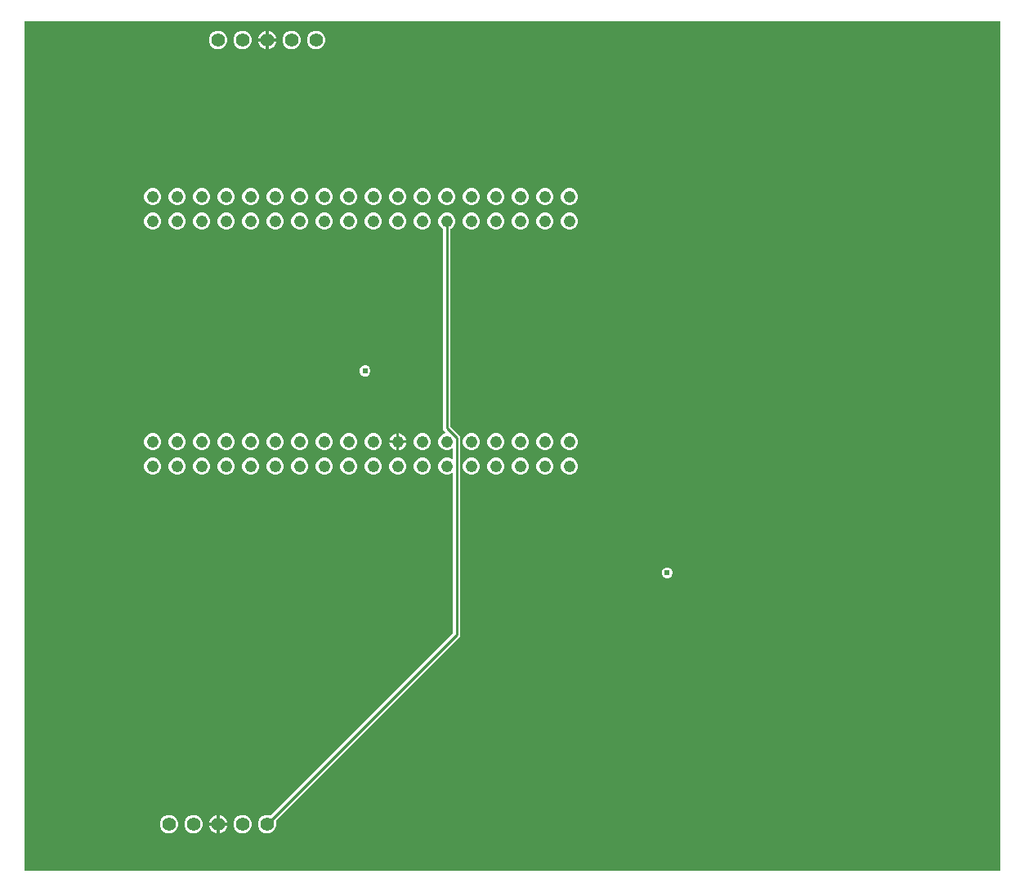
<source format=gbr>
G04 EAGLE Gerber RS-274X export*
G75*
%MOMM*%
%FSLAX34Y34*%
%LPD*%
%INCopper Layer 2*%
%IPPOS*%
%AMOC8*
5,1,8,0,0,1.08239X$1,22.5*%
G01*
%ADD10C,1.244600*%
%ADD11C,1.400000*%
%ADD12C,0.609600*%
%ADD13C,0.254000*%

G36*
X1012518Y2544D02*
X1012518Y2544D01*
X1012537Y2542D01*
X1012639Y2564D01*
X1012741Y2580D01*
X1012758Y2590D01*
X1012778Y2594D01*
X1012867Y2647D01*
X1012958Y2696D01*
X1012972Y2710D01*
X1012989Y2720D01*
X1013056Y2799D01*
X1013128Y2874D01*
X1013136Y2892D01*
X1013149Y2907D01*
X1013188Y3003D01*
X1013231Y3097D01*
X1013233Y3117D01*
X1013241Y3135D01*
X1013259Y3302D01*
X1013259Y882398D01*
X1013256Y882418D01*
X1013258Y882437D01*
X1013236Y882539D01*
X1013220Y882641D01*
X1013210Y882658D01*
X1013206Y882678D01*
X1013153Y882767D01*
X1013104Y882858D01*
X1013090Y882872D01*
X1013080Y882889D01*
X1013001Y882956D01*
X1012926Y883028D01*
X1012908Y883036D01*
X1012893Y883049D01*
X1012797Y883088D01*
X1012703Y883131D01*
X1012683Y883133D01*
X1012665Y883141D01*
X1012498Y883159D01*
X3302Y883159D01*
X3282Y883156D01*
X3263Y883158D01*
X3161Y883136D01*
X3059Y883120D01*
X3042Y883110D01*
X3022Y883106D01*
X2933Y883053D01*
X2842Y883004D01*
X2828Y882990D01*
X2811Y882980D01*
X2744Y882901D01*
X2672Y882826D01*
X2664Y882808D01*
X2651Y882793D01*
X2612Y882697D01*
X2569Y882603D01*
X2567Y882583D01*
X2559Y882565D01*
X2541Y882398D01*
X2541Y3302D01*
X2544Y3282D01*
X2542Y3263D01*
X2564Y3161D01*
X2580Y3059D01*
X2590Y3042D01*
X2594Y3022D01*
X2647Y2933D01*
X2696Y2842D01*
X2710Y2828D01*
X2720Y2811D01*
X2799Y2744D01*
X2874Y2672D01*
X2892Y2664D01*
X2907Y2651D01*
X3003Y2612D01*
X3097Y2569D01*
X3117Y2567D01*
X3135Y2559D01*
X3302Y2541D01*
X1012498Y2541D01*
X1012518Y2544D01*
G37*
%LPC*%
G36*
X252102Y41259D02*
X252102Y41259D01*
X248596Y42712D01*
X245912Y45396D01*
X244459Y48902D01*
X244459Y52698D01*
X245912Y56204D01*
X248596Y58888D01*
X252102Y60341D01*
X255898Y60341D01*
X257021Y59875D01*
X257135Y59849D01*
X257249Y59820D01*
X257255Y59821D01*
X257261Y59819D01*
X257378Y59830D01*
X257494Y59839D01*
X257500Y59842D01*
X257506Y59842D01*
X257613Y59890D01*
X257720Y59935D01*
X257726Y59940D01*
X257731Y59942D01*
X257744Y59955D01*
X257851Y60040D01*
X446099Y248289D01*
X446152Y248362D01*
X446212Y248432D01*
X446224Y248462D01*
X446243Y248488D01*
X446270Y248575D01*
X446304Y248660D01*
X446308Y248701D01*
X446315Y248723D01*
X446314Y248756D01*
X446322Y248827D01*
X446322Y413891D01*
X446311Y413961D01*
X446309Y414033D01*
X446291Y414082D01*
X446283Y414133D01*
X446249Y414197D01*
X446224Y414264D01*
X446192Y414305D01*
X446167Y414351D01*
X446116Y414400D01*
X446071Y414456D01*
X446027Y414484D01*
X445989Y414520D01*
X445924Y414550D01*
X445864Y414589D01*
X445813Y414602D01*
X445766Y414624D01*
X445695Y414632D01*
X445625Y414649D01*
X445573Y414645D01*
X445522Y414651D01*
X445451Y414636D01*
X445380Y414630D01*
X445332Y414610D01*
X445281Y414599D01*
X445220Y414562D01*
X445154Y414534D01*
X445098Y414489D01*
X445072Y414474D01*
X441843Y413136D01*
X438357Y413136D01*
X435136Y414470D01*
X432670Y416936D01*
X431336Y420157D01*
X431336Y423643D01*
X432670Y426864D01*
X435136Y429330D01*
X438357Y430664D01*
X441843Y430664D01*
X445093Y429318D01*
X445133Y429280D01*
X445180Y429258D01*
X445222Y429228D01*
X445291Y429206D01*
X445356Y429176D01*
X445408Y429170D01*
X445457Y429155D01*
X445529Y429157D01*
X445600Y429149D01*
X445651Y429160D01*
X445703Y429161D01*
X445771Y429186D01*
X445841Y429201D01*
X445886Y429228D01*
X445934Y429246D01*
X445990Y429291D01*
X446052Y429328D01*
X446086Y429367D01*
X446126Y429400D01*
X446165Y429460D01*
X446212Y429514D01*
X446231Y429563D01*
X446259Y429606D01*
X446277Y429676D01*
X446304Y429743D01*
X446312Y429814D01*
X446320Y429845D01*
X446318Y429868D01*
X446322Y429909D01*
X446322Y439291D01*
X446311Y439361D01*
X446309Y439433D01*
X446291Y439482D01*
X446283Y439533D01*
X446249Y439597D01*
X446224Y439664D01*
X446192Y439705D01*
X446167Y439751D01*
X446116Y439800D01*
X446071Y439856D01*
X446027Y439884D01*
X445989Y439920D01*
X445924Y439950D01*
X445864Y439989D01*
X445813Y440002D01*
X445766Y440024D01*
X445695Y440032D01*
X445625Y440049D01*
X445573Y440045D01*
X445522Y440051D01*
X445451Y440036D01*
X445380Y440030D01*
X445332Y440010D01*
X445281Y439999D01*
X445220Y439962D01*
X445154Y439934D01*
X445098Y439889D01*
X445072Y439874D01*
X441843Y438536D01*
X438357Y438536D01*
X435136Y439870D01*
X432670Y442336D01*
X431336Y445557D01*
X431336Y449043D01*
X432670Y452264D01*
X435136Y454730D01*
X438386Y456076D01*
X438441Y456077D01*
X438489Y456095D01*
X438541Y456103D01*
X438604Y456137D01*
X438672Y456162D01*
X438712Y456194D01*
X438758Y456219D01*
X438808Y456271D01*
X438864Y456315D01*
X438892Y456359D01*
X438928Y456397D01*
X438958Y456462D01*
X438997Y456522D01*
X439009Y456573D01*
X439031Y456620D01*
X439039Y456691D01*
X439057Y456761D01*
X439053Y456813D01*
X439058Y456864D01*
X439043Y456935D01*
X439037Y457006D01*
X439017Y457054D01*
X439006Y457105D01*
X438969Y457166D01*
X438941Y457232D01*
X438896Y457288D01*
X438880Y457316D01*
X438862Y457331D01*
X438836Y457363D01*
X436289Y459910D01*
X436289Y667484D01*
X436270Y667599D01*
X436253Y667715D01*
X436251Y667721D01*
X436250Y667727D01*
X436195Y667829D01*
X436142Y667934D01*
X436137Y667939D01*
X436134Y667944D01*
X436050Y668024D01*
X435966Y668106D01*
X435960Y668110D01*
X435956Y668114D01*
X435939Y668121D01*
X435819Y668187D01*
X435136Y668470D01*
X432670Y670936D01*
X431336Y674157D01*
X431336Y677643D01*
X432670Y680864D01*
X435136Y683330D01*
X438357Y684664D01*
X441843Y684664D01*
X445064Y683330D01*
X447530Y680864D01*
X448864Y677643D01*
X448864Y674157D01*
X447530Y670936D01*
X445064Y668470D01*
X444381Y668187D01*
X444281Y668125D01*
X444181Y668066D01*
X444177Y668061D01*
X444172Y668058D01*
X444097Y667967D01*
X444021Y667879D01*
X444019Y667873D01*
X444015Y667868D01*
X443973Y667760D01*
X443929Y667651D01*
X443928Y667643D01*
X443927Y667639D01*
X443926Y667620D01*
X443911Y667484D01*
X443911Y463383D01*
X443925Y463293D01*
X443933Y463202D01*
X443945Y463172D01*
X443950Y463140D01*
X443993Y463059D01*
X444029Y462975D01*
X444055Y462943D01*
X444066Y462922D01*
X444089Y462900D01*
X444134Y462844D01*
X453944Y453034D01*
X453944Y245355D01*
X263240Y54651D01*
X263173Y54557D01*
X263102Y54462D01*
X263100Y54456D01*
X263097Y54451D01*
X263063Y54341D01*
X263026Y54229D01*
X263026Y54222D01*
X263024Y54216D01*
X263027Y54099D01*
X263029Y53983D01*
X263031Y53975D01*
X263031Y53970D01*
X263037Y53953D01*
X263075Y53821D01*
X263541Y52698D01*
X263541Y48902D01*
X262088Y45396D01*
X259404Y42712D01*
X255898Y41259D01*
X252102Y41259D01*
G37*
%LPD*%
%LPC*%
G36*
X201302Y854059D02*
X201302Y854059D01*
X197796Y855512D01*
X195112Y858196D01*
X193659Y861702D01*
X193659Y865498D01*
X195112Y869004D01*
X197796Y871688D01*
X201302Y873141D01*
X205098Y873141D01*
X208604Y871688D01*
X211288Y869004D01*
X212741Y865498D01*
X212741Y861702D01*
X211288Y858196D01*
X208604Y855512D01*
X205098Y854059D01*
X201302Y854059D01*
G37*
%LPD*%
%LPC*%
G36*
X302902Y854059D02*
X302902Y854059D01*
X299396Y855512D01*
X296712Y858196D01*
X295259Y861702D01*
X295259Y865498D01*
X296712Y869004D01*
X299396Y871688D01*
X302902Y873141D01*
X306698Y873141D01*
X310204Y871688D01*
X312888Y869004D01*
X314341Y865498D01*
X314341Y861702D01*
X312888Y858196D01*
X310204Y855512D01*
X306698Y854059D01*
X302902Y854059D01*
G37*
%LPD*%
%LPC*%
G36*
X277502Y854059D02*
X277502Y854059D01*
X273996Y855512D01*
X271312Y858196D01*
X269859Y861702D01*
X269859Y865498D01*
X271312Y869004D01*
X273996Y871688D01*
X277502Y873141D01*
X281298Y873141D01*
X284804Y871688D01*
X287488Y869004D01*
X288941Y865498D01*
X288941Y861702D01*
X287488Y858196D01*
X284804Y855512D01*
X281298Y854059D01*
X277502Y854059D01*
G37*
%LPD*%
%LPC*%
G36*
X226702Y854059D02*
X226702Y854059D01*
X223196Y855512D01*
X220512Y858196D01*
X219059Y861702D01*
X219059Y865498D01*
X220512Y869004D01*
X223196Y871688D01*
X226702Y873141D01*
X230498Y873141D01*
X234004Y871688D01*
X236688Y869004D01*
X238141Y865498D01*
X238141Y861702D01*
X236688Y858196D01*
X234004Y855512D01*
X230498Y854059D01*
X226702Y854059D01*
G37*
%LPD*%
%LPC*%
G36*
X175902Y41259D02*
X175902Y41259D01*
X172396Y42712D01*
X169712Y45396D01*
X168259Y48902D01*
X168259Y52698D01*
X169712Y56204D01*
X172396Y58888D01*
X175902Y60341D01*
X179698Y60341D01*
X183204Y58888D01*
X185888Y56204D01*
X187341Y52698D01*
X187341Y48902D01*
X185888Y45396D01*
X183204Y42712D01*
X179698Y41259D01*
X175902Y41259D01*
G37*
%LPD*%
%LPC*%
G36*
X226702Y41259D02*
X226702Y41259D01*
X223196Y42712D01*
X220512Y45396D01*
X219059Y48902D01*
X219059Y52698D01*
X220512Y56204D01*
X223196Y58888D01*
X226702Y60341D01*
X230498Y60341D01*
X234004Y58888D01*
X236688Y56204D01*
X238141Y52698D01*
X238141Y48902D01*
X236688Y45396D01*
X234004Y42712D01*
X230498Y41259D01*
X226702Y41259D01*
G37*
%LPD*%
%LPC*%
G36*
X150502Y41259D02*
X150502Y41259D01*
X146996Y42712D01*
X144312Y45396D01*
X142859Y48902D01*
X142859Y52698D01*
X144312Y56204D01*
X146996Y58888D01*
X150502Y60341D01*
X154298Y60341D01*
X157804Y58888D01*
X160488Y56204D01*
X161941Y52698D01*
X161941Y48902D01*
X160488Y45396D01*
X157804Y42712D01*
X154298Y41259D01*
X150502Y41259D01*
G37*
%LPD*%
%LPC*%
G36*
X311357Y413136D02*
X311357Y413136D01*
X308136Y414470D01*
X305670Y416936D01*
X304336Y420157D01*
X304336Y423643D01*
X305670Y426864D01*
X308136Y429330D01*
X311357Y430664D01*
X314843Y430664D01*
X318064Y429330D01*
X320530Y426864D01*
X321864Y423643D01*
X321864Y420157D01*
X320530Y416936D01*
X318064Y414470D01*
X314843Y413136D01*
X311357Y413136D01*
G37*
%LPD*%
%LPC*%
G36*
X285957Y413136D02*
X285957Y413136D01*
X282736Y414470D01*
X280270Y416936D01*
X278936Y420157D01*
X278936Y423643D01*
X280270Y426864D01*
X282736Y429330D01*
X285957Y430664D01*
X289443Y430664D01*
X292664Y429330D01*
X295130Y426864D01*
X296464Y423643D01*
X296464Y420157D01*
X295130Y416936D01*
X292664Y414470D01*
X289443Y413136D01*
X285957Y413136D01*
G37*
%LPD*%
%LPC*%
G36*
X260557Y413136D02*
X260557Y413136D01*
X257336Y414470D01*
X254870Y416936D01*
X253536Y420157D01*
X253536Y423643D01*
X254870Y426864D01*
X257336Y429330D01*
X260557Y430664D01*
X264043Y430664D01*
X267264Y429330D01*
X269730Y426864D01*
X271064Y423643D01*
X271064Y420157D01*
X269730Y416936D01*
X267264Y414470D01*
X264043Y413136D01*
X260557Y413136D01*
G37*
%LPD*%
%LPC*%
G36*
X565357Y692536D02*
X565357Y692536D01*
X562136Y693870D01*
X559670Y696336D01*
X558336Y699557D01*
X558336Y703043D01*
X559670Y706264D01*
X562136Y708730D01*
X565357Y710064D01*
X568843Y710064D01*
X572064Y708730D01*
X574530Y706264D01*
X575864Y703043D01*
X575864Y699557D01*
X574530Y696336D01*
X572064Y693870D01*
X568843Y692536D01*
X565357Y692536D01*
G37*
%LPD*%
%LPC*%
G36*
X539957Y692536D02*
X539957Y692536D01*
X536736Y693870D01*
X534270Y696336D01*
X532936Y699557D01*
X532936Y703043D01*
X534270Y706264D01*
X536736Y708730D01*
X539957Y710064D01*
X543443Y710064D01*
X546664Y708730D01*
X549130Y706264D01*
X550464Y703043D01*
X550464Y699557D01*
X549130Y696336D01*
X546664Y693870D01*
X543443Y692536D01*
X539957Y692536D01*
G37*
%LPD*%
%LPC*%
G36*
X235157Y692536D02*
X235157Y692536D01*
X231936Y693870D01*
X229470Y696336D01*
X228136Y699557D01*
X228136Y703043D01*
X229470Y706264D01*
X231936Y708730D01*
X235157Y710064D01*
X238643Y710064D01*
X241864Y708730D01*
X244330Y706264D01*
X245664Y703043D01*
X245664Y699557D01*
X244330Y696336D01*
X241864Y693870D01*
X238643Y692536D01*
X235157Y692536D01*
G37*
%LPD*%
%LPC*%
G36*
X209757Y692536D02*
X209757Y692536D01*
X206536Y693870D01*
X204070Y696336D01*
X202736Y699557D01*
X202736Y703043D01*
X204070Y706264D01*
X206536Y708730D01*
X209757Y710064D01*
X213243Y710064D01*
X216464Y708730D01*
X218930Y706264D01*
X220264Y703043D01*
X220264Y699557D01*
X218930Y696336D01*
X216464Y693870D01*
X213243Y692536D01*
X209757Y692536D01*
G37*
%LPD*%
%LPC*%
G36*
X514557Y692536D02*
X514557Y692536D01*
X511336Y693870D01*
X508870Y696336D01*
X507536Y699557D01*
X507536Y703043D01*
X508870Y706264D01*
X511336Y708730D01*
X514557Y710064D01*
X518043Y710064D01*
X521264Y708730D01*
X523730Y706264D01*
X525064Y703043D01*
X525064Y699557D01*
X523730Y696336D01*
X521264Y693870D01*
X518043Y692536D01*
X514557Y692536D01*
G37*
%LPD*%
%LPC*%
G36*
X489157Y692536D02*
X489157Y692536D01*
X485936Y693870D01*
X483470Y696336D01*
X482136Y699557D01*
X482136Y703043D01*
X483470Y706264D01*
X485936Y708730D01*
X489157Y710064D01*
X492643Y710064D01*
X495864Y708730D01*
X498330Y706264D01*
X499664Y703043D01*
X499664Y699557D01*
X498330Y696336D01*
X495864Y693870D01*
X492643Y692536D01*
X489157Y692536D01*
G37*
%LPD*%
%LPC*%
G36*
X463757Y692536D02*
X463757Y692536D01*
X460536Y693870D01*
X458070Y696336D01*
X456736Y699557D01*
X456736Y703043D01*
X458070Y706264D01*
X460536Y708730D01*
X463757Y710064D01*
X467243Y710064D01*
X470464Y708730D01*
X472930Y706264D01*
X474264Y703043D01*
X474264Y699557D01*
X472930Y696336D01*
X470464Y693870D01*
X467243Y692536D01*
X463757Y692536D01*
G37*
%LPD*%
%LPC*%
G36*
X438357Y692536D02*
X438357Y692536D01*
X435136Y693870D01*
X432670Y696336D01*
X431336Y699557D01*
X431336Y703043D01*
X432670Y706264D01*
X435136Y708730D01*
X438357Y710064D01*
X441843Y710064D01*
X445064Y708730D01*
X447530Y706264D01*
X448864Y703043D01*
X448864Y699557D01*
X447530Y696336D01*
X445064Y693870D01*
X441843Y692536D01*
X438357Y692536D01*
G37*
%LPD*%
%LPC*%
G36*
X412957Y692536D02*
X412957Y692536D01*
X409736Y693870D01*
X407270Y696336D01*
X405936Y699557D01*
X405936Y703043D01*
X407270Y706264D01*
X409736Y708730D01*
X412957Y710064D01*
X416443Y710064D01*
X419664Y708730D01*
X422130Y706264D01*
X423464Y703043D01*
X423464Y699557D01*
X422130Y696336D01*
X419664Y693870D01*
X416443Y692536D01*
X412957Y692536D01*
G37*
%LPD*%
%LPC*%
G36*
X387557Y692536D02*
X387557Y692536D01*
X384336Y693870D01*
X381870Y696336D01*
X380536Y699557D01*
X380536Y703043D01*
X381870Y706264D01*
X384336Y708730D01*
X387557Y710064D01*
X391043Y710064D01*
X394264Y708730D01*
X396730Y706264D01*
X398064Y703043D01*
X398064Y699557D01*
X396730Y696336D01*
X394264Y693870D01*
X391043Y692536D01*
X387557Y692536D01*
G37*
%LPD*%
%LPC*%
G36*
X362157Y692536D02*
X362157Y692536D01*
X358936Y693870D01*
X356470Y696336D01*
X355136Y699557D01*
X355136Y703043D01*
X356470Y706264D01*
X358936Y708730D01*
X362157Y710064D01*
X365643Y710064D01*
X368864Y708730D01*
X371330Y706264D01*
X372664Y703043D01*
X372664Y699557D01*
X371330Y696336D01*
X368864Y693870D01*
X365643Y692536D01*
X362157Y692536D01*
G37*
%LPD*%
%LPC*%
G36*
X336757Y692536D02*
X336757Y692536D01*
X333536Y693870D01*
X331070Y696336D01*
X329736Y699557D01*
X329736Y703043D01*
X331070Y706264D01*
X333536Y708730D01*
X336757Y710064D01*
X340243Y710064D01*
X343464Y708730D01*
X345930Y706264D01*
X347264Y703043D01*
X347264Y699557D01*
X345930Y696336D01*
X343464Y693870D01*
X340243Y692536D01*
X336757Y692536D01*
G37*
%LPD*%
%LPC*%
G36*
X311357Y692536D02*
X311357Y692536D01*
X308136Y693870D01*
X305670Y696336D01*
X304336Y699557D01*
X304336Y703043D01*
X305670Y706264D01*
X308136Y708730D01*
X311357Y710064D01*
X314843Y710064D01*
X318064Y708730D01*
X320530Y706264D01*
X321864Y703043D01*
X321864Y699557D01*
X320530Y696336D01*
X318064Y693870D01*
X314843Y692536D01*
X311357Y692536D01*
G37*
%LPD*%
%LPC*%
G36*
X285957Y692536D02*
X285957Y692536D01*
X282736Y693870D01*
X280270Y696336D01*
X278936Y699557D01*
X278936Y703043D01*
X280270Y706264D01*
X282736Y708730D01*
X285957Y710064D01*
X289443Y710064D01*
X292664Y708730D01*
X295130Y706264D01*
X296464Y703043D01*
X296464Y699557D01*
X295130Y696336D01*
X292664Y693870D01*
X289443Y692536D01*
X285957Y692536D01*
G37*
%LPD*%
%LPC*%
G36*
X260557Y692536D02*
X260557Y692536D01*
X257336Y693870D01*
X254870Y696336D01*
X253536Y699557D01*
X253536Y703043D01*
X254870Y706264D01*
X257336Y708730D01*
X260557Y710064D01*
X264043Y710064D01*
X267264Y708730D01*
X269730Y706264D01*
X271064Y703043D01*
X271064Y699557D01*
X269730Y696336D01*
X267264Y693870D01*
X264043Y692536D01*
X260557Y692536D01*
G37*
%LPD*%
%LPC*%
G36*
X133557Y692536D02*
X133557Y692536D01*
X130336Y693870D01*
X127870Y696336D01*
X126536Y699557D01*
X126536Y703043D01*
X127870Y706264D01*
X130336Y708730D01*
X133557Y710064D01*
X137043Y710064D01*
X140264Y708730D01*
X142730Y706264D01*
X144064Y703043D01*
X144064Y699557D01*
X142730Y696336D01*
X140264Y693870D01*
X137043Y692536D01*
X133557Y692536D01*
G37*
%LPD*%
%LPC*%
G36*
X184357Y692536D02*
X184357Y692536D01*
X181136Y693870D01*
X178670Y696336D01*
X177336Y699557D01*
X177336Y703043D01*
X178670Y706264D01*
X181136Y708730D01*
X184357Y710064D01*
X187843Y710064D01*
X191064Y708730D01*
X193530Y706264D01*
X194864Y703043D01*
X194864Y699557D01*
X193530Y696336D01*
X191064Y693870D01*
X187843Y692536D01*
X184357Y692536D01*
G37*
%LPD*%
%LPC*%
G36*
X158957Y692536D02*
X158957Y692536D01*
X155736Y693870D01*
X153270Y696336D01*
X151936Y699557D01*
X151936Y703043D01*
X153270Y706264D01*
X155736Y708730D01*
X158957Y710064D01*
X162443Y710064D01*
X165664Y708730D01*
X168130Y706264D01*
X169464Y703043D01*
X169464Y699557D01*
X168130Y696336D01*
X165664Y693870D01*
X162443Y692536D01*
X158957Y692536D01*
G37*
%LPD*%
%LPC*%
G36*
X412957Y667136D02*
X412957Y667136D01*
X409736Y668470D01*
X407270Y670936D01*
X405936Y674157D01*
X405936Y677643D01*
X407270Y680864D01*
X409736Y683330D01*
X412957Y684664D01*
X416443Y684664D01*
X419664Y683330D01*
X422130Y680864D01*
X423464Y677643D01*
X423464Y674157D01*
X422130Y670936D01*
X419664Y668470D01*
X416443Y667136D01*
X412957Y667136D01*
G37*
%LPD*%
%LPC*%
G36*
X311357Y667136D02*
X311357Y667136D01*
X308136Y668470D01*
X305670Y670936D01*
X304336Y674157D01*
X304336Y677643D01*
X305670Y680864D01*
X308136Y683330D01*
X311357Y684664D01*
X314843Y684664D01*
X318064Y683330D01*
X320530Y680864D01*
X321864Y677643D01*
X321864Y674157D01*
X320530Y670936D01*
X318064Y668470D01*
X314843Y667136D01*
X311357Y667136D01*
G37*
%LPD*%
%LPC*%
G36*
X565357Y667136D02*
X565357Y667136D01*
X562136Y668470D01*
X559670Y670936D01*
X558336Y674157D01*
X558336Y677643D01*
X559670Y680864D01*
X562136Y683330D01*
X565357Y684664D01*
X568843Y684664D01*
X572064Y683330D01*
X574530Y680864D01*
X575864Y677643D01*
X575864Y674157D01*
X574530Y670936D01*
X572064Y668470D01*
X568843Y667136D01*
X565357Y667136D01*
G37*
%LPD*%
%LPC*%
G36*
X539957Y667136D02*
X539957Y667136D01*
X536736Y668470D01*
X534270Y670936D01*
X532936Y674157D01*
X532936Y677643D01*
X534270Y680864D01*
X536736Y683330D01*
X539957Y684664D01*
X543443Y684664D01*
X546664Y683330D01*
X549130Y680864D01*
X550464Y677643D01*
X550464Y674157D01*
X549130Y670936D01*
X546664Y668470D01*
X543443Y667136D01*
X539957Y667136D01*
G37*
%LPD*%
%LPC*%
G36*
X514557Y667136D02*
X514557Y667136D01*
X511336Y668470D01*
X508870Y670936D01*
X507536Y674157D01*
X507536Y677643D01*
X508870Y680864D01*
X511336Y683330D01*
X514557Y684664D01*
X518043Y684664D01*
X521264Y683330D01*
X523730Y680864D01*
X525064Y677643D01*
X525064Y674157D01*
X523730Y670936D01*
X521264Y668470D01*
X518043Y667136D01*
X514557Y667136D01*
G37*
%LPD*%
%LPC*%
G36*
X489157Y667136D02*
X489157Y667136D01*
X485936Y668470D01*
X483470Y670936D01*
X482136Y674157D01*
X482136Y677643D01*
X483470Y680864D01*
X485936Y683330D01*
X489157Y684664D01*
X492643Y684664D01*
X495864Y683330D01*
X498330Y680864D01*
X499664Y677643D01*
X499664Y674157D01*
X498330Y670936D01*
X495864Y668470D01*
X492643Y667136D01*
X489157Y667136D01*
G37*
%LPD*%
%LPC*%
G36*
X463757Y667136D02*
X463757Y667136D01*
X460536Y668470D01*
X458070Y670936D01*
X456736Y674157D01*
X456736Y677643D01*
X458070Y680864D01*
X460536Y683330D01*
X463757Y684664D01*
X467243Y684664D01*
X470464Y683330D01*
X472930Y680864D01*
X474264Y677643D01*
X474264Y674157D01*
X472930Y670936D01*
X470464Y668470D01*
X467243Y667136D01*
X463757Y667136D01*
G37*
%LPD*%
%LPC*%
G36*
X285957Y667136D02*
X285957Y667136D01*
X282736Y668470D01*
X280270Y670936D01*
X278936Y674157D01*
X278936Y677643D01*
X280270Y680864D01*
X282736Y683330D01*
X285957Y684664D01*
X289443Y684664D01*
X292664Y683330D01*
X295130Y680864D01*
X296464Y677643D01*
X296464Y674157D01*
X295130Y670936D01*
X292664Y668470D01*
X289443Y667136D01*
X285957Y667136D01*
G37*
%LPD*%
%LPC*%
G36*
X260557Y667136D02*
X260557Y667136D01*
X257336Y668470D01*
X254870Y670936D01*
X253536Y674157D01*
X253536Y677643D01*
X254870Y680864D01*
X257336Y683330D01*
X260557Y684664D01*
X264043Y684664D01*
X267264Y683330D01*
X269730Y680864D01*
X271064Y677643D01*
X271064Y674157D01*
X269730Y670936D01*
X267264Y668470D01*
X264043Y667136D01*
X260557Y667136D01*
G37*
%LPD*%
%LPC*%
G36*
X235157Y667136D02*
X235157Y667136D01*
X231936Y668470D01*
X229470Y670936D01*
X228136Y674157D01*
X228136Y677643D01*
X229470Y680864D01*
X231936Y683330D01*
X235157Y684664D01*
X238643Y684664D01*
X241864Y683330D01*
X244330Y680864D01*
X245664Y677643D01*
X245664Y674157D01*
X244330Y670936D01*
X241864Y668470D01*
X238643Y667136D01*
X235157Y667136D01*
G37*
%LPD*%
%LPC*%
G36*
X209757Y667136D02*
X209757Y667136D01*
X206536Y668470D01*
X204070Y670936D01*
X202736Y674157D01*
X202736Y677643D01*
X204070Y680864D01*
X206536Y683330D01*
X209757Y684664D01*
X213243Y684664D01*
X216464Y683330D01*
X218930Y680864D01*
X220264Y677643D01*
X220264Y674157D01*
X218930Y670936D01*
X216464Y668470D01*
X213243Y667136D01*
X209757Y667136D01*
G37*
%LPD*%
%LPC*%
G36*
X133557Y667136D02*
X133557Y667136D01*
X130336Y668470D01*
X127870Y670936D01*
X126536Y674157D01*
X126536Y677643D01*
X127870Y680864D01*
X130336Y683330D01*
X133557Y684664D01*
X137043Y684664D01*
X140264Y683330D01*
X142730Y680864D01*
X144064Y677643D01*
X144064Y674157D01*
X142730Y670936D01*
X140264Y668470D01*
X137043Y667136D01*
X133557Y667136D01*
G37*
%LPD*%
%LPC*%
G36*
X158957Y667136D02*
X158957Y667136D01*
X155736Y668470D01*
X153270Y670936D01*
X151936Y674157D01*
X151936Y677643D01*
X153270Y680864D01*
X155736Y683330D01*
X158957Y684664D01*
X162443Y684664D01*
X165664Y683330D01*
X168130Y680864D01*
X169464Y677643D01*
X169464Y674157D01*
X168130Y670936D01*
X165664Y668470D01*
X162443Y667136D01*
X158957Y667136D01*
G37*
%LPD*%
%LPC*%
G36*
X184357Y667136D02*
X184357Y667136D01*
X181136Y668470D01*
X178670Y670936D01*
X177336Y674157D01*
X177336Y677643D01*
X178670Y680864D01*
X181136Y683330D01*
X184357Y684664D01*
X187843Y684664D01*
X191064Y683330D01*
X193530Y680864D01*
X194864Y677643D01*
X194864Y674157D01*
X193530Y670936D01*
X191064Y668470D01*
X187843Y667136D01*
X184357Y667136D01*
G37*
%LPD*%
%LPC*%
G36*
X387557Y667136D02*
X387557Y667136D01*
X384336Y668470D01*
X381870Y670936D01*
X380536Y674157D01*
X380536Y677643D01*
X381870Y680864D01*
X384336Y683330D01*
X387557Y684664D01*
X391043Y684664D01*
X394264Y683330D01*
X396730Y680864D01*
X398064Y677643D01*
X398064Y674157D01*
X396730Y670936D01*
X394264Y668470D01*
X391043Y667136D01*
X387557Y667136D01*
G37*
%LPD*%
%LPC*%
G36*
X362157Y667136D02*
X362157Y667136D01*
X358936Y668470D01*
X356470Y670936D01*
X355136Y674157D01*
X355136Y677643D01*
X356470Y680864D01*
X358936Y683330D01*
X362157Y684664D01*
X365643Y684664D01*
X368864Y683330D01*
X371330Y680864D01*
X372664Y677643D01*
X372664Y674157D01*
X371330Y670936D01*
X368864Y668470D01*
X365643Y667136D01*
X362157Y667136D01*
G37*
%LPD*%
%LPC*%
G36*
X336757Y667136D02*
X336757Y667136D01*
X333536Y668470D01*
X331070Y670936D01*
X329736Y674157D01*
X329736Y677643D01*
X331070Y680864D01*
X333536Y683330D01*
X336757Y684664D01*
X340243Y684664D01*
X343464Y683330D01*
X345930Y680864D01*
X347264Y677643D01*
X347264Y674157D01*
X345930Y670936D01*
X343464Y668470D01*
X340243Y667136D01*
X336757Y667136D01*
G37*
%LPD*%
%LPC*%
G36*
X311357Y438536D02*
X311357Y438536D01*
X308136Y439870D01*
X305670Y442336D01*
X304336Y445557D01*
X304336Y449043D01*
X305670Y452264D01*
X308136Y454730D01*
X311357Y456064D01*
X314843Y456064D01*
X318064Y454730D01*
X320530Y452264D01*
X321864Y449043D01*
X321864Y445557D01*
X320530Y442336D01*
X318064Y439870D01*
X314843Y438536D01*
X311357Y438536D01*
G37*
%LPD*%
%LPC*%
G36*
X285957Y438536D02*
X285957Y438536D01*
X282736Y439870D01*
X280270Y442336D01*
X278936Y445557D01*
X278936Y449043D01*
X280270Y452264D01*
X282736Y454730D01*
X285957Y456064D01*
X289443Y456064D01*
X292664Y454730D01*
X295130Y452264D01*
X296464Y449043D01*
X296464Y445557D01*
X295130Y442336D01*
X292664Y439870D01*
X289443Y438536D01*
X285957Y438536D01*
G37*
%LPD*%
%LPC*%
G36*
X260557Y438536D02*
X260557Y438536D01*
X257336Y439870D01*
X254870Y442336D01*
X253536Y445557D01*
X253536Y449043D01*
X254870Y452264D01*
X257336Y454730D01*
X260557Y456064D01*
X264043Y456064D01*
X267264Y454730D01*
X269730Y452264D01*
X271064Y449043D01*
X271064Y445557D01*
X269730Y442336D01*
X267264Y439870D01*
X264043Y438536D01*
X260557Y438536D01*
G37*
%LPD*%
%LPC*%
G36*
X235157Y438536D02*
X235157Y438536D01*
X231936Y439870D01*
X229470Y442336D01*
X228136Y445557D01*
X228136Y449043D01*
X229470Y452264D01*
X231936Y454730D01*
X235157Y456064D01*
X238643Y456064D01*
X241864Y454730D01*
X244330Y452264D01*
X245664Y449043D01*
X245664Y445557D01*
X244330Y442336D01*
X241864Y439870D01*
X238643Y438536D01*
X235157Y438536D01*
G37*
%LPD*%
%LPC*%
G36*
X209757Y438536D02*
X209757Y438536D01*
X206536Y439870D01*
X204070Y442336D01*
X202736Y445557D01*
X202736Y449043D01*
X204070Y452264D01*
X206536Y454730D01*
X209757Y456064D01*
X213243Y456064D01*
X216464Y454730D01*
X218930Y452264D01*
X220264Y449043D01*
X220264Y445557D01*
X218930Y442336D01*
X216464Y439870D01*
X213243Y438536D01*
X209757Y438536D01*
G37*
%LPD*%
%LPC*%
G36*
X184357Y438536D02*
X184357Y438536D01*
X181136Y439870D01*
X178670Y442336D01*
X177336Y445557D01*
X177336Y449043D01*
X178670Y452264D01*
X181136Y454730D01*
X184357Y456064D01*
X187843Y456064D01*
X191064Y454730D01*
X193530Y452264D01*
X194864Y449043D01*
X194864Y445557D01*
X193530Y442336D01*
X191064Y439870D01*
X187843Y438536D01*
X184357Y438536D01*
G37*
%LPD*%
%LPC*%
G36*
X158957Y438536D02*
X158957Y438536D01*
X155736Y439870D01*
X153270Y442336D01*
X151936Y445557D01*
X151936Y449043D01*
X153270Y452264D01*
X155736Y454730D01*
X158957Y456064D01*
X162443Y456064D01*
X165664Y454730D01*
X168130Y452264D01*
X169464Y449043D01*
X169464Y445557D01*
X168130Y442336D01*
X165664Y439870D01*
X162443Y438536D01*
X158957Y438536D01*
G37*
%LPD*%
%LPC*%
G36*
X133557Y438536D02*
X133557Y438536D01*
X130336Y439870D01*
X127870Y442336D01*
X126536Y445557D01*
X126536Y449043D01*
X127870Y452264D01*
X130336Y454730D01*
X133557Y456064D01*
X137043Y456064D01*
X140264Y454730D01*
X142730Y452264D01*
X144064Y449043D01*
X144064Y445557D01*
X142730Y442336D01*
X140264Y439870D01*
X137043Y438536D01*
X133557Y438536D01*
G37*
%LPD*%
%LPC*%
G36*
X565357Y438536D02*
X565357Y438536D01*
X562136Y439870D01*
X559670Y442336D01*
X558336Y445557D01*
X558336Y449043D01*
X559670Y452264D01*
X562136Y454730D01*
X565357Y456064D01*
X568843Y456064D01*
X572064Y454730D01*
X574530Y452264D01*
X575864Y449043D01*
X575864Y445557D01*
X574530Y442336D01*
X572064Y439870D01*
X568843Y438536D01*
X565357Y438536D01*
G37*
%LPD*%
%LPC*%
G36*
X539957Y438536D02*
X539957Y438536D01*
X536736Y439870D01*
X534270Y442336D01*
X532936Y445557D01*
X532936Y449043D01*
X534270Y452264D01*
X536736Y454730D01*
X539957Y456064D01*
X543443Y456064D01*
X546664Y454730D01*
X549130Y452264D01*
X550464Y449043D01*
X550464Y445557D01*
X549130Y442336D01*
X546664Y439870D01*
X543443Y438536D01*
X539957Y438536D01*
G37*
%LPD*%
%LPC*%
G36*
X514557Y438536D02*
X514557Y438536D01*
X511336Y439870D01*
X508870Y442336D01*
X507536Y445557D01*
X507536Y449043D01*
X508870Y452264D01*
X511336Y454730D01*
X514557Y456064D01*
X518043Y456064D01*
X521264Y454730D01*
X523730Y452264D01*
X525064Y449043D01*
X525064Y445557D01*
X523730Y442336D01*
X521264Y439870D01*
X518043Y438536D01*
X514557Y438536D01*
G37*
%LPD*%
%LPC*%
G36*
X489157Y438536D02*
X489157Y438536D01*
X485936Y439870D01*
X483470Y442336D01*
X482136Y445557D01*
X482136Y449043D01*
X483470Y452264D01*
X485936Y454730D01*
X489157Y456064D01*
X492643Y456064D01*
X495864Y454730D01*
X498330Y452264D01*
X499664Y449043D01*
X499664Y445557D01*
X498330Y442336D01*
X495864Y439870D01*
X492643Y438536D01*
X489157Y438536D01*
G37*
%LPD*%
%LPC*%
G36*
X463757Y438536D02*
X463757Y438536D01*
X460536Y439870D01*
X458070Y442336D01*
X456736Y445557D01*
X456736Y449043D01*
X458070Y452264D01*
X460536Y454730D01*
X463757Y456064D01*
X467243Y456064D01*
X470464Y454730D01*
X472930Y452264D01*
X474264Y449043D01*
X474264Y445557D01*
X472930Y442336D01*
X470464Y439870D01*
X467243Y438536D01*
X463757Y438536D01*
G37*
%LPD*%
%LPC*%
G36*
X412957Y438536D02*
X412957Y438536D01*
X409736Y439870D01*
X407270Y442336D01*
X405936Y445557D01*
X405936Y449043D01*
X407270Y452264D01*
X409736Y454730D01*
X412957Y456064D01*
X416443Y456064D01*
X419664Y454730D01*
X422130Y452264D01*
X423464Y449043D01*
X423464Y445557D01*
X422130Y442336D01*
X419664Y439870D01*
X416443Y438536D01*
X412957Y438536D01*
G37*
%LPD*%
%LPC*%
G36*
X362157Y438536D02*
X362157Y438536D01*
X358936Y439870D01*
X356470Y442336D01*
X355136Y445557D01*
X355136Y449043D01*
X356470Y452264D01*
X358936Y454730D01*
X362157Y456064D01*
X365643Y456064D01*
X368864Y454730D01*
X371330Y452264D01*
X372664Y449043D01*
X372664Y445557D01*
X371330Y442336D01*
X368864Y439870D01*
X365643Y438536D01*
X362157Y438536D01*
G37*
%LPD*%
%LPC*%
G36*
X336757Y438536D02*
X336757Y438536D01*
X333536Y439870D01*
X331070Y442336D01*
X329736Y445557D01*
X329736Y449043D01*
X331070Y452264D01*
X333536Y454730D01*
X336757Y456064D01*
X340243Y456064D01*
X343464Y454730D01*
X345930Y452264D01*
X347264Y449043D01*
X347264Y445557D01*
X345930Y442336D01*
X343464Y439870D01*
X340243Y438536D01*
X336757Y438536D01*
G37*
%LPD*%
%LPC*%
G36*
X489157Y413136D02*
X489157Y413136D01*
X485936Y414470D01*
X483470Y416936D01*
X482136Y420157D01*
X482136Y423643D01*
X483470Y426864D01*
X485936Y429330D01*
X489157Y430664D01*
X492643Y430664D01*
X495864Y429330D01*
X498330Y426864D01*
X499664Y423643D01*
X499664Y420157D01*
X498330Y416936D01*
X495864Y414470D01*
X492643Y413136D01*
X489157Y413136D01*
G37*
%LPD*%
%LPC*%
G36*
X412957Y413136D02*
X412957Y413136D01*
X409736Y414470D01*
X407270Y416936D01*
X405936Y420157D01*
X405936Y423643D01*
X407270Y426864D01*
X409736Y429330D01*
X412957Y430664D01*
X416443Y430664D01*
X419664Y429330D01*
X422130Y426864D01*
X423464Y423643D01*
X423464Y420157D01*
X422130Y416936D01*
X419664Y414470D01*
X416443Y413136D01*
X412957Y413136D01*
G37*
%LPD*%
%LPC*%
G36*
X463757Y413136D02*
X463757Y413136D01*
X460536Y414470D01*
X458070Y416936D01*
X456736Y420157D01*
X456736Y423643D01*
X458070Y426864D01*
X460536Y429330D01*
X463757Y430664D01*
X467243Y430664D01*
X470464Y429330D01*
X472930Y426864D01*
X474264Y423643D01*
X474264Y420157D01*
X472930Y416936D01*
X470464Y414470D01*
X467243Y413136D01*
X463757Y413136D01*
G37*
%LPD*%
%LPC*%
G36*
X387557Y413136D02*
X387557Y413136D01*
X384336Y414470D01*
X381870Y416936D01*
X380536Y420157D01*
X380536Y423643D01*
X381870Y426864D01*
X384336Y429330D01*
X387557Y430664D01*
X391043Y430664D01*
X394264Y429330D01*
X396730Y426864D01*
X398064Y423643D01*
X398064Y420157D01*
X396730Y416936D01*
X394264Y414470D01*
X391043Y413136D01*
X387557Y413136D01*
G37*
%LPD*%
%LPC*%
G36*
X235157Y413136D02*
X235157Y413136D01*
X231936Y414470D01*
X229470Y416936D01*
X228136Y420157D01*
X228136Y423643D01*
X229470Y426864D01*
X231936Y429330D01*
X235157Y430664D01*
X238643Y430664D01*
X241864Y429330D01*
X244330Y426864D01*
X245664Y423643D01*
X245664Y420157D01*
X244330Y416936D01*
X241864Y414470D01*
X238643Y413136D01*
X235157Y413136D01*
G37*
%LPD*%
%LPC*%
G36*
X209757Y413136D02*
X209757Y413136D01*
X206536Y414470D01*
X204070Y416936D01*
X202736Y420157D01*
X202736Y423643D01*
X204070Y426864D01*
X206536Y429330D01*
X209757Y430664D01*
X213243Y430664D01*
X216464Y429330D01*
X218930Y426864D01*
X220264Y423643D01*
X220264Y420157D01*
X218930Y416936D01*
X216464Y414470D01*
X213243Y413136D01*
X209757Y413136D01*
G37*
%LPD*%
%LPC*%
G36*
X184357Y413136D02*
X184357Y413136D01*
X181136Y414470D01*
X178670Y416936D01*
X177336Y420157D01*
X177336Y423643D01*
X178670Y426864D01*
X181136Y429330D01*
X184357Y430664D01*
X187843Y430664D01*
X191064Y429330D01*
X193530Y426864D01*
X194864Y423643D01*
X194864Y420157D01*
X193530Y416936D01*
X191064Y414470D01*
X187843Y413136D01*
X184357Y413136D01*
G37*
%LPD*%
%LPC*%
G36*
X158957Y413136D02*
X158957Y413136D01*
X155736Y414470D01*
X153270Y416936D01*
X151936Y420157D01*
X151936Y423643D01*
X153270Y426864D01*
X155736Y429330D01*
X158957Y430664D01*
X162443Y430664D01*
X165664Y429330D01*
X168130Y426864D01*
X169464Y423643D01*
X169464Y420157D01*
X168130Y416936D01*
X165664Y414470D01*
X162443Y413136D01*
X158957Y413136D01*
G37*
%LPD*%
%LPC*%
G36*
X133557Y413136D02*
X133557Y413136D01*
X130336Y414470D01*
X127870Y416936D01*
X126536Y420157D01*
X126536Y423643D01*
X127870Y426864D01*
X130336Y429330D01*
X133557Y430664D01*
X137043Y430664D01*
X140264Y429330D01*
X142730Y426864D01*
X144064Y423643D01*
X144064Y420157D01*
X142730Y416936D01*
X140264Y414470D01*
X137043Y413136D01*
X133557Y413136D01*
G37*
%LPD*%
%LPC*%
G36*
X565357Y413136D02*
X565357Y413136D01*
X562136Y414470D01*
X559670Y416936D01*
X558336Y420157D01*
X558336Y423643D01*
X559670Y426864D01*
X562136Y429330D01*
X565357Y430664D01*
X568843Y430664D01*
X572064Y429330D01*
X574530Y426864D01*
X575864Y423643D01*
X575864Y420157D01*
X574530Y416936D01*
X572064Y414470D01*
X568843Y413136D01*
X565357Y413136D01*
G37*
%LPD*%
%LPC*%
G36*
X539957Y413136D02*
X539957Y413136D01*
X536736Y414470D01*
X534270Y416936D01*
X532936Y420157D01*
X532936Y423643D01*
X534270Y426864D01*
X536736Y429330D01*
X539957Y430664D01*
X543443Y430664D01*
X546664Y429330D01*
X549130Y426864D01*
X550464Y423643D01*
X550464Y420157D01*
X549130Y416936D01*
X546664Y414470D01*
X543443Y413136D01*
X539957Y413136D01*
G37*
%LPD*%
%LPC*%
G36*
X514557Y413136D02*
X514557Y413136D01*
X511336Y414470D01*
X508870Y416936D01*
X507536Y420157D01*
X507536Y423643D01*
X508870Y426864D01*
X511336Y429330D01*
X514557Y430664D01*
X518043Y430664D01*
X521264Y429330D01*
X523730Y426864D01*
X525064Y423643D01*
X525064Y420157D01*
X523730Y416936D01*
X521264Y414470D01*
X518043Y413136D01*
X514557Y413136D01*
G37*
%LPD*%
%LPC*%
G36*
X362157Y413136D02*
X362157Y413136D01*
X358936Y414470D01*
X356470Y416936D01*
X355136Y420157D01*
X355136Y423643D01*
X356470Y426864D01*
X358936Y429330D01*
X362157Y430664D01*
X365643Y430664D01*
X368864Y429330D01*
X371330Y426864D01*
X372664Y423643D01*
X372664Y420157D01*
X371330Y416936D01*
X368864Y414470D01*
X365643Y413136D01*
X362157Y413136D01*
G37*
%LPD*%
%LPC*%
G36*
X336757Y413136D02*
X336757Y413136D01*
X333536Y414470D01*
X331070Y416936D01*
X329736Y420157D01*
X329736Y423643D01*
X331070Y426864D01*
X333536Y429330D01*
X336757Y430664D01*
X340243Y430664D01*
X343464Y429330D01*
X345930Y426864D01*
X347264Y423643D01*
X347264Y420157D01*
X345930Y416936D01*
X343464Y414470D01*
X340243Y413136D01*
X336757Y413136D01*
G37*
%LPD*%
%LPC*%
G36*
X667303Y305889D02*
X667303Y305889D01*
X665249Y306740D01*
X663677Y308312D01*
X662826Y310367D01*
X662826Y312590D01*
X663677Y314644D01*
X665249Y316216D01*
X667303Y317067D01*
X669527Y317067D01*
X671581Y316216D01*
X673153Y314644D01*
X674004Y312590D01*
X674004Y310367D01*
X673153Y308312D01*
X671581Y306740D01*
X669527Y305889D01*
X667303Y305889D01*
G37*
%LPD*%
%LPC*%
G36*
X354488Y515111D02*
X354488Y515111D01*
X352434Y515962D01*
X350862Y517534D01*
X350011Y519588D01*
X350011Y521812D01*
X350862Y523866D01*
X352434Y525438D01*
X354488Y526289D01*
X356712Y526289D01*
X358766Y525438D01*
X360338Y523866D01*
X361189Y521812D01*
X361189Y519588D01*
X360338Y517534D01*
X358766Y515962D01*
X356712Y515111D01*
X354488Y515111D01*
G37*
%LPD*%
%LPC*%
G36*
X255523Y865123D02*
X255523Y865123D01*
X255523Y873025D01*
X256783Y872774D01*
X258519Y872055D01*
X260082Y871011D01*
X261411Y869682D01*
X262455Y868119D01*
X263174Y866383D01*
X263425Y865123D01*
X255523Y865123D01*
G37*
%LPD*%
%LPC*%
G36*
X204723Y52323D02*
X204723Y52323D01*
X204723Y60225D01*
X205983Y59974D01*
X207719Y59255D01*
X209282Y58211D01*
X210611Y56882D01*
X211655Y55319D01*
X212374Y53583D01*
X212625Y52323D01*
X204723Y52323D01*
G37*
%LPD*%
%LPC*%
G36*
X244575Y865123D02*
X244575Y865123D01*
X244826Y866383D01*
X245545Y868119D01*
X246589Y869682D01*
X247918Y871011D01*
X249481Y872055D01*
X251217Y872774D01*
X252477Y873025D01*
X252477Y865123D01*
X244575Y865123D01*
G37*
%LPD*%
%LPC*%
G36*
X255523Y862077D02*
X255523Y862077D01*
X263425Y862077D01*
X263174Y860817D01*
X262455Y859081D01*
X261411Y857518D01*
X260082Y856189D01*
X258519Y855145D01*
X256783Y854426D01*
X255523Y854175D01*
X255523Y862077D01*
G37*
%LPD*%
%LPC*%
G36*
X193775Y52323D02*
X193775Y52323D01*
X194026Y53583D01*
X194745Y55319D01*
X195789Y56882D01*
X197118Y58211D01*
X198681Y59255D01*
X200417Y59974D01*
X201677Y60225D01*
X201677Y52323D01*
X193775Y52323D01*
G37*
%LPD*%
%LPC*%
G36*
X204723Y49277D02*
X204723Y49277D01*
X212625Y49277D01*
X212374Y48017D01*
X211655Y46281D01*
X210611Y44718D01*
X209282Y43389D01*
X207719Y42345D01*
X205983Y41626D01*
X204723Y41375D01*
X204723Y49277D01*
G37*
%LPD*%
%LPC*%
G36*
X251217Y854426D02*
X251217Y854426D01*
X249481Y855145D01*
X247918Y856189D01*
X246589Y857518D01*
X245545Y859081D01*
X244826Y860817D01*
X244575Y862077D01*
X252477Y862077D01*
X252477Y854175D01*
X251217Y854426D01*
G37*
%LPD*%
%LPC*%
G36*
X200417Y41626D02*
X200417Y41626D01*
X198681Y42345D01*
X197118Y43389D01*
X195789Y44718D01*
X194745Y46281D01*
X194026Y48017D01*
X193775Y49277D01*
X201677Y49277D01*
X201677Y41375D01*
X200417Y41626D01*
G37*
%LPD*%
%LPC*%
G36*
X390823Y448823D02*
X390823Y448823D01*
X390823Y455932D01*
X391856Y455727D01*
X393451Y455066D01*
X394887Y454107D01*
X396107Y452887D01*
X397066Y451451D01*
X397727Y449856D01*
X397932Y448823D01*
X390823Y448823D01*
G37*
%LPD*%
%LPC*%
G36*
X390823Y445777D02*
X390823Y445777D01*
X397932Y445777D01*
X397727Y444744D01*
X397066Y443149D01*
X396107Y441713D01*
X394887Y440493D01*
X393451Y439534D01*
X391856Y438873D01*
X390823Y438668D01*
X390823Y445777D01*
G37*
%LPD*%
%LPC*%
G36*
X380668Y448823D02*
X380668Y448823D01*
X380873Y449856D01*
X381534Y451451D01*
X382493Y452887D01*
X383713Y454107D01*
X385149Y455066D01*
X386744Y455727D01*
X387777Y455932D01*
X387777Y448823D01*
X380668Y448823D01*
G37*
%LPD*%
%LPC*%
G36*
X386744Y438873D02*
X386744Y438873D01*
X385149Y439534D01*
X383713Y440493D01*
X382493Y441713D01*
X381534Y443149D01*
X380873Y444744D01*
X380668Y445777D01*
X387777Y445777D01*
X387777Y438668D01*
X386744Y438873D01*
G37*
%LPD*%
%LPC*%
G36*
X253999Y863599D02*
X253999Y863599D01*
X253999Y863601D01*
X254001Y863601D01*
X254001Y863599D01*
X253999Y863599D01*
G37*
%LPD*%
%LPC*%
G36*
X389299Y447299D02*
X389299Y447299D01*
X389299Y447301D01*
X389301Y447301D01*
X389301Y447299D01*
X389299Y447299D01*
G37*
%LPD*%
%LPC*%
G36*
X203199Y50799D02*
X203199Y50799D01*
X203199Y50801D01*
X203201Y50801D01*
X203201Y50799D01*
X203199Y50799D01*
G37*
%LPD*%
D10*
X135300Y701300D03*
X135300Y675900D03*
X160700Y701300D03*
X160700Y675900D03*
X186100Y701300D03*
X186100Y675900D03*
X211500Y701300D03*
X211500Y675900D03*
X236900Y701300D03*
X236900Y675900D03*
X262300Y701300D03*
X262300Y675900D03*
X287700Y701300D03*
X287700Y675900D03*
X313100Y701300D03*
X313100Y675900D03*
X338500Y701300D03*
X338500Y675900D03*
X363900Y701300D03*
X363900Y675900D03*
X389300Y701300D03*
X389300Y675900D03*
X414700Y701300D03*
X414700Y675900D03*
X440100Y701300D03*
X440100Y675900D03*
X465500Y701300D03*
X465500Y675900D03*
X490900Y701300D03*
X490900Y675900D03*
X516300Y701300D03*
X516300Y675900D03*
X541700Y701300D03*
X541700Y675900D03*
X567100Y701300D03*
X567100Y675900D03*
X135300Y447300D03*
X135300Y421900D03*
X160700Y447300D03*
X160700Y421900D03*
X186100Y447300D03*
X186100Y421900D03*
X211500Y447300D03*
X211500Y421900D03*
X236900Y447300D03*
X236900Y421900D03*
X262300Y447300D03*
X262300Y421900D03*
X287700Y447300D03*
X287700Y421900D03*
X313100Y447300D03*
X313100Y421900D03*
X338500Y447300D03*
X338500Y421900D03*
X363900Y447300D03*
X363900Y421900D03*
X389300Y447300D03*
X389300Y421900D03*
X414700Y447300D03*
X414700Y421900D03*
X440100Y447300D03*
X440100Y421900D03*
X465500Y447300D03*
X465500Y421900D03*
X490900Y447300D03*
X490900Y421900D03*
X516300Y447300D03*
X516300Y421900D03*
X541700Y447300D03*
X541700Y421900D03*
X567100Y447300D03*
X567100Y421900D03*
D11*
X203200Y863600D03*
X228600Y863600D03*
X254000Y863600D03*
X279400Y863600D03*
X304800Y863600D03*
X152400Y50800D03*
X177800Y50800D03*
X203200Y50800D03*
X228600Y50800D03*
X254000Y50800D03*
D12*
X458388Y393700D03*
D13*
X440100Y461489D02*
X440100Y675900D01*
X440100Y461489D02*
X450133Y451456D01*
X450133Y246933D01*
X254000Y50800D01*
D12*
X668415Y311478D03*
X355600Y520700D03*
M02*

</source>
